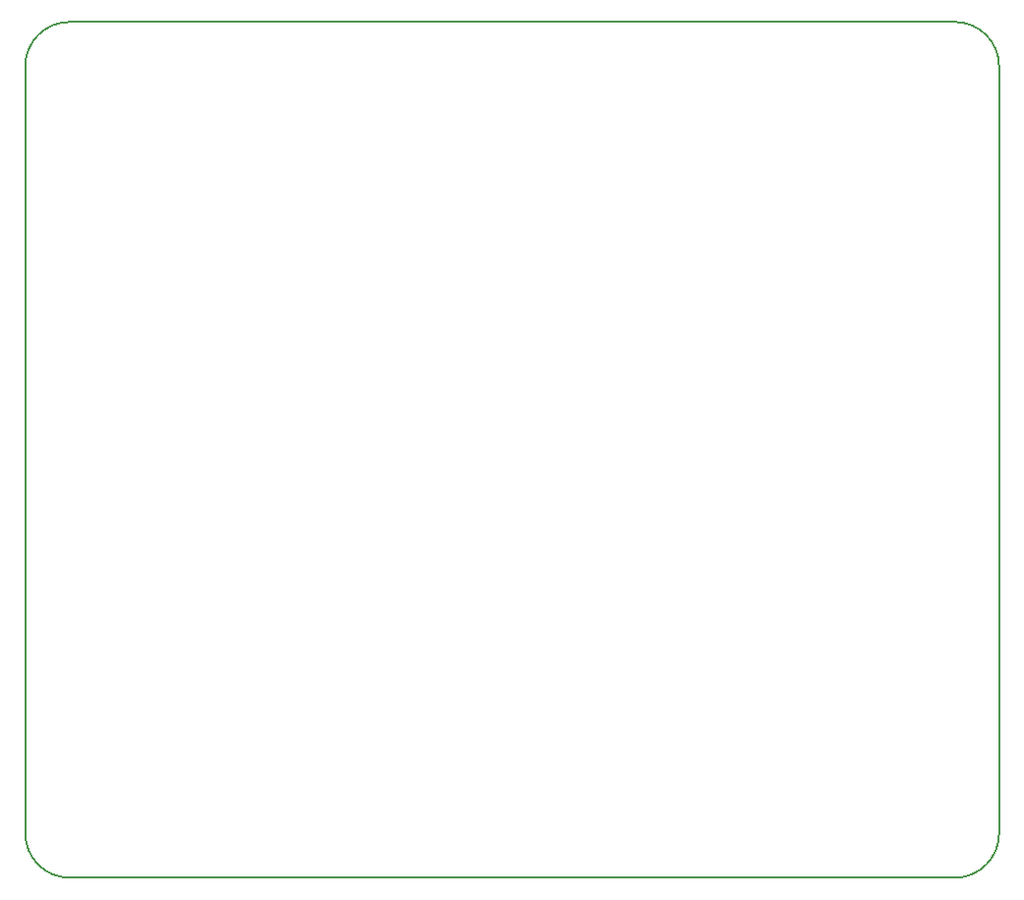
<source format=gbr>
G04 #@! TF.FileFunction,Profile,NP*
%FSLAX46Y46*%
G04 Gerber Fmt 4.6, Leading zero omitted, Abs format (unit mm)*
G04 Created by KiCad (PCBNEW 4.0.7-e2-6376~58~ubuntu16.04.1) date Tue May  1 20:05:14 2018*
%MOMM*%
%LPD*%
G01*
G04 APERTURE LIST*
%ADD10C,0.100000*%
%ADD11C,0.150000*%
G04 APERTURE END LIST*
D10*
D11*
X100330000Y-104140000D02*
G75*
G03X104140000Y-107950000I3810000J0D01*
G01*
X180340000Y-107950000D02*
G75*
G03X184150000Y-104140000I0J3810000D01*
G01*
X184150000Y-38100000D02*
G75*
G03X180340000Y-34290000I-3810000J0D01*
G01*
X104140000Y-34290000D02*
G75*
G03X100330000Y-38100000I0J-3810000D01*
G01*
X180340000Y-107950000D02*
X104140000Y-107950000D01*
X104140000Y-34290000D02*
X180340000Y-34290000D01*
X184150000Y-104140000D02*
X184150000Y-38100000D01*
X100330000Y-38100000D02*
X100330000Y-104140000D01*
M02*

</source>
